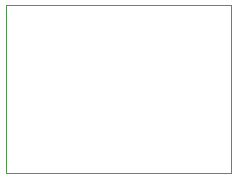
<source format=gbr>
%TF.GenerationSoftware,KiCad,Pcbnew,(5.1.9)-1*%
%TF.CreationDate,2021-03-16T12:24:24-04:00*%
%TF.ProjectId,baby,62616279-2e6b-4696-9361-645f70636258,rev?*%
%TF.SameCoordinates,Original*%
%TF.FileFunction,Profile,NP*%
%FSLAX46Y46*%
G04 Gerber Fmt 4.6, Leading zero omitted, Abs format (unit mm)*
G04 Created by KiCad (PCBNEW (5.1.9)-1) date 2021-03-16 12:24:24*
%MOMM*%
%LPD*%
G01*
G04 APERTURE LIST*
%TA.AperFunction,Profile*%
%ADD10C,0.050000*%
%TD*%
G04 APERTURE END LIST*
D10*
X47625000Y-42862500D02*
X47625000Y-57150000D01*
X66675000Y-42862500D02*
X66675000Y-57150000D01*
X66675000Y-57150000D02*
X47625000Y-57150000D01*
X47625000Y-42862500D02*
X66675000Y-42862500D01*
M02*

</source>
